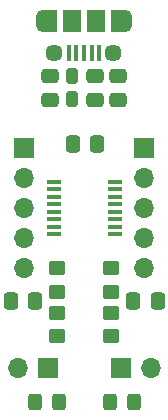
<source format=gbr>
%TF.GenerationSoftware,KiCad,Pcbnew,7.0.2-0*%
%TF.CreationDate,2024-07-03T10:32:27-07:00*%
%TF.ProjectId,ft230x-breakout,66743233-3078-42d6-9272-65616b6f7574,1.0*%
%TF.SameCoordinates,Original*%
%TF.FileFunction,Soldermask,Top*%
%TF.FilePolarity,Negative*%
%FSLAX46Y46*%
G04 Gerber Fmt 4.6, Leading zero omitted, Abs format (unit mm)*
G04 Created by KiCad (PCBNEW 7.0.2-0) date 2024-07-03 10:32:27*
%MOMM*%
%LPD*%
G01*
G04 APERTURE LIST*
G04 Aperture macros list*
%AMRoundRect*
0 Rectangle with rounded corners*
0 $1 Rounding radius*
0 $2 $3 $4 $5 $6 $7 $8 $9 X,Y pos of 4 corners*
0 Add a 4 corners polygon primitive as box body*
4,1,4,$2,$3,$4,$5,$6,$7,$8,$9,$2,$3,0*
0 Add four circle primitives for the rounded corners*
1,1,$1+$1,$2,$3*
1,1,$1+$1,$4,$5*
1,1,$1+$1,$6,$7*
1,1,$1+$1,$8,$9*
0 Add four rect primitives between the rounded corners*
20,1,$1+$1,$2,$3,$4,$5,0*
20,1,$1+$1,$4,$5,$6,$7,0*
20,1,$1+$1,$6,$7,$8,$9,0*
20,1,$1+$1,$8,$9,$2,$3,0*%
G04 Aperture macros list end*
%ADD10RoundRect,0.250000X-0.450000X0.350000X-0.450000X-0.350000X0.450000X-0.350000X0.450000X0.350000X0*%
%ADD11R,1.700000X1.700000*%
%ADD12O,1.700000X1.700000*%
%ADD13RoundRect,0.250000X-0.325000X-0.450000X0.325000X-0.450000X0.325000X0.450000X-0.325000X0.450000X0*%
%ADD14RoundRect,0.250000X-0.337500X-0.475000X0.337500X-0.475000X0.337500X0.475000X-0.337500X0.475000X0*%
%ADD15RoundRect,0.250000X0.450000X-0.350000X0.450000X0.350000X-0.450000X0.350000X-0.450000X-0.350000X0*%
%ADD16RoundRect,0.250000X-0.475000X0.337500X-0.475000X-0.337500X0.475000X-0.337500X0.475000X0.337500X0*%
%ADD17RoundRect,0.250000X0.325000X0.450000X-0.325000X0.450000X-0.325000X-0.450000X0.325000X-0.450000X0*%
%ADD18R,0.400000X1.350000*%
%ADD19O,1.200000X1.900000*%
%ADD20R,1.200000X1.900000*%
%ADD21C,1.450000*%
%ADD22R,1.500000X1.900000*%
%ADD23R,1.200000X0.400000*%
%ADD24RoundRect,0.250000X0.337500X0.475000X-0.337500X0.475000X-0.337500X-0.475000X0.337500X-0.475000X0*%
%ADD25RoundRect,0.250000X0.275000X-0.400000X0.275000X0.400000X-0.275000X0.400000X-0.275000X-0.400000X0*%
%ADD26RoundRect,0.250000X0.475000X-0.337500X0.475000X0.337500X-0.475000X0.337500X-0.475000X-0.337500X0*%
G04 APERTURE END LIST*
D10*
%TO.C,R103*%
X142401700Y-122342400D03*
X142401700Y-124342400D03*
%TD*%
D11*
%TO.C,JP101*%
X141563500Y-127050800D03*
D12*
X139023500Y-127050800D03*
%TD*%
D13*
%TO.C,D101*%
X140487700Y-129895600D03*
X142537700Y-129895600D03*
%TD*%
D11*
%TO.C,JP102*%
X147781500Y-127050800D03*
D12*
X150321500Y-127050800D03*
%TD*%
D10*
%TO.C,R104*%
X146948300Y-122342400D03*
X146948300Y-124342400D03*
%TD*%
D14*
%TO.C,C106*%
X143679500Y-108077000D03*
X145754500Y-108077000D03*
%TD*%
D15*
%TO.C,R101*%
X142392400Y-120583200D03*
X142392400Y-118583200D03*
%TD*%
D16*
%TO.C,FB101*%
X145551300Y-102285800D03*
X145551300Y-104360800D03*
%TD*%
%TO.C,C101*%
X147557900Y-102289700D03*
X147557900Y-104364700D03*
%TD*%
D17*
%TO.C,D102*%
X148878700Y-129895600D03*
X146828700Y-129895600D03*
%TD*%
D18*
%TO.C,J101*%
X145941500Y-100355400D03*
X145291500Y-100355400D03*
X144641500Y-100355400D03*
X143991500Y-100355400D03*
X143341500Y-100355400D03*
D19*
X148141500Y-97655400D03*
D20*
X147541500Y-97655400D03*
D21*
X147141500Y-100355400D03*
D22*
X145641500Y-97655400D03*
X143641500Y-97655400D03*
D21*
X142141500Y-100355400D03*
D20*
X141741500Y-97655400D03*
D19*
X141141500Y-97655400D03*
%TD*%
D23*
%TO.C,U101*%
X142098400Y-111259700D03*
X142098400Y-111894700D03*
X142098400Y-112529700D03*
X142098400Y-113164700D03*
X142098400Y-113799700D03*
X142098400Y-114434700D03*
X142098400Y-115069700D03*
X142098400Y-115704700D03*
X147298400Y-115704700D03*
X147298400Y-115069700D03*
X147298400Y-114434700D03*
X147298400Y-113799700D03*
X147298400Y-113164700D03*
X147298400Y-112529700D03*
X147298400Y-111894700D03*
X147298400Y-111259700D03*
%TD*%
D15*
%TO.C,R102*%
X146964400Y-120583200D03*
X146964400Y-118583200D03*
%TD*%
D14*
%TO.C,C105*%
X148802500Y-121386600D03*
X150877500Y-121386600D03*
%TD*%
D24*
%TO.C,C104*%
X140543600Y-121386600D03*
X138468600Y-121386600D03*
%TD*%
D25*
%TO.C,C102*%
X143646300Y-104286600D03*
X143646300Y-102336600D03*
%TD*%
D26*
%TO.C,C103*%
X141741300Y-104364700D03*
X141741300Y-102289700D03*
%TD*%
D11*
%TO.C,J103*%
X139598400Y-108407200D03*
D12*
X139598400Y-110947200D03*
X139598400Y-113487200D03*
X139598400Y-116027200D03*
X139598400Y-118567200D03*
%TD*%
D11*
%TO.C,J104*%
X149758400Y-108407200D03*
D12*
X149758400Y-110947200D03*
X149758400Y-113487200D03*
X149758400Y-116027200D03*
X149758400Y-118567200D03*
%TD*%
M02*

</source>
